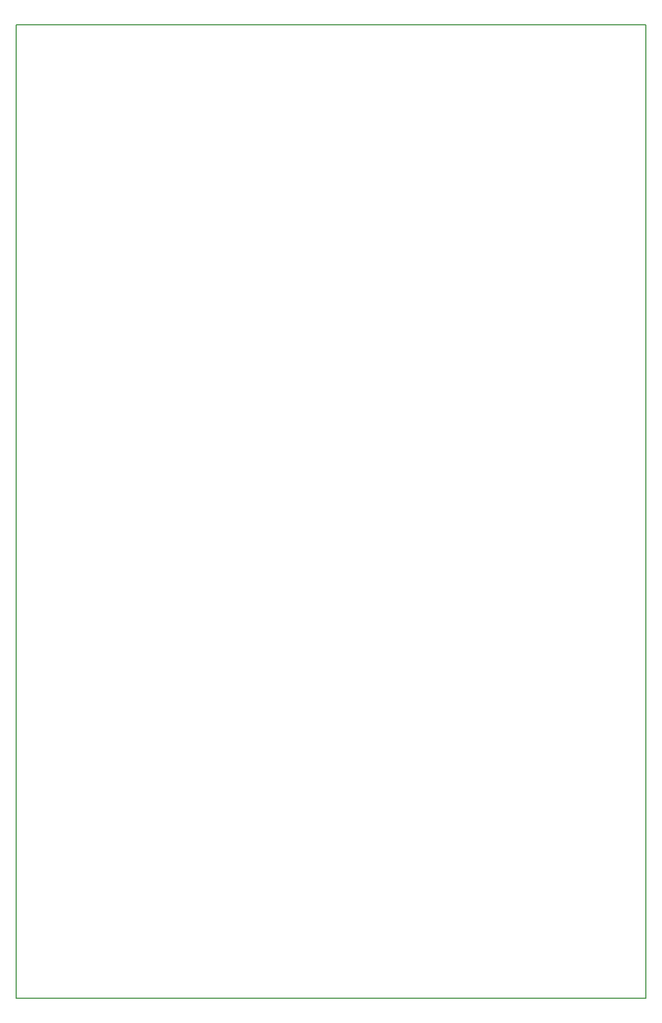
<source format=gbr>
G04 #@! TF.FileFunction,Profile,NP*
%FSLAX46Y46*%
G04 Gerber Fmt 4.6, Leading zero omitted, Abs format (unit mm)*
G04 Created by KiCad (PCBNEW 4.0.6) date 07/19/17 23:08:42*
%MOMM*%
%LPD*%
G01*
G04 APERTURE LIST*
%ADD10C,0.100000*%
%ADD11C,0.150000*%
G04 APERTURE END LIST*
D10*
D11*
X38500000Y-186000000D02*
X38500000Y-33000000D01*
X137500000Y-186000000D02*
X38500000Y-186000000D01*
X137500000Y-33000000D02*
X38500000Y-33000000D01*
X137500000Y-186000000D02*
X137500000Y-33000000D01*
M02*

</source>
